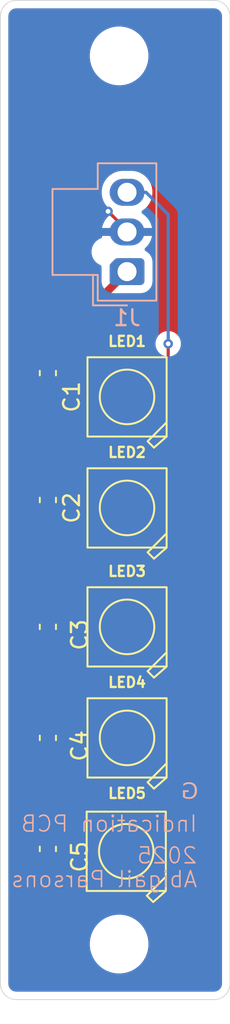
<source format=kicad_pcb>
(kicad_pcb (version 20241229) (generator "pcbnew") (generator_version "9.0")
  (layers (0 "F.Cu" signal) (2 "B.Cu" signal) (13 "F.Paste" user) (15 "B.Paste" user) (5 "F.SilkS" user "F.Silkscreen") (7 "B.SilkS" user "B.Silkscreen") (1 "F.Mask" user) (3 "B.Mask" user) (25 "Edge.Cuts" user))
  (net 0 "")
  (net 1 "+5V")
  (net 2 "GND")
  (net 3 "/DIN")
  (net 4 "Net-(LED1-DO)")
  (net 5 "Net-(LED2-DO)")
  (net 6 "Net-(LED3-DO)")
  (net 7 "Net-(LED4-DO)")
  (footprint "WS2812B:WS2812B" (layer "F.Cu") (at 145 80.5 180)
    (property "Reference" "LED2" (at 0 3.5 0) (layer "F.SilkS") (effects (font (size 0.64 0.64))))
    (property "Value" "WS2812B")
    (fp_line (start 2.5 2.5) (end -2.5 2.5) (stroke (width 0.127)) (layer "F.SilkS"))
    (fp_line (start 2.5 -2.5) (end 2.5 2.5) (stroke (width 0.127)) (layer "F.SilkS"))
    (fp_line (start -1.3 -2.8) (end -1.7 -3.2) (stroke (width 0.127)) (layer "F.SilkS"))
    (fp_line (start -1.6 -2.5) (end 2.5 -2.5) (stroke (width 0.127)) (layer "F.SilkS"))
    (fp_line (start -1.6 -2.5) (end -1.3 -2.8) (stroke (width 0.127)) (layer "F.SilkS"))
    (fp_line (start -1.7 -3.2) (end -2.5 -2.5) (stroke (width 0.127)) (layer "F.SilkS"))
    (fp_line (start -2.5 2.5) (end -2.5 -1.6) (stroke (width 0.127)) (layer "F.SilkS"))
    (fp_line (start -2.5 -1.6) (end -1.6 -2.5) (stroke (width 0.127)) (layer "F.SilkS"))
    (fp_line (start -2.5 -1.6) (end -2.5 -2.5) (stroke (width 0.127)) (layer "F.SilkS"))
    (fp_line (start -2.5 -2.5) (end -1.6 -2.5) (stroke (width 0.127)) (layer "F.SilkS"))
    (fp_circle (center 0 0) (end 1.72046 0) (stroke (width 0.127)) (fill no) (layer "F.SilkS"))
    (pad "1-VDD" smd rect (at 2.45 1.65 180) (size 1.5 0.9) (layers "F.Cu" "F.Mask" "F.Paste") (net 1 "+5V"))
    (pad "2-DOUT" smd rect (at 2.45 -1.65 180) (size 1.5 0.9) (layers "F.Cu" "F.Mask" "F.Paste") (net 5 "Net-(LED2-DO)"))
    (pad "3-GND" smd rect (at -2.45 -1.65 180) (size 1.5 0.9) (layers "F.Cu" "F.Mask" "F.Paste") (net 2 "GND"))
    (pad "4-DIN" smd rect (at -2.45 1.65 180) (size 1.5 0.9) (layers "F.Cu" "F.Mask" "F.Paste") (net 4 "Net-(LED1-DO)"))
  )
  (footprint "WS2812B:WS2812B" (layer "F.Cu") (at 145 73.5 180)
    (property "Reference" "LED1" (at 0 3.5 0) (layer "F.SilkS") (effects (font (size 0.64 0.64))))
    (property "Value" "WS2812B")
    (fp_line (start 2.5 2.5) (end -2.5 2.5) (stroke (width 0.127)) (layer "F.SilkS"))
    (fp_line (start 2.5 -2.5) (end 2.5 2.5) (stroke (width 0.127)) (layer "F.SilkS"))
    (fp_line (start -1.3 -2.8) (end -1.7 -3.2) (stroke (width 0.127)) (layer "F.SilkS"))
    (fp_line (start -1.6 -2.5) (end 2.5 -2.5) (stroke (width 0.127)) (layer "F.SilkS"))
    (fp_line (start -1.6 -2.5) (end -1.3 -2.8) (stroke (width 0.127)) (layer "F.SilkS"))
    (fp_line (start -1.7 -3.2) (end -2.5 -2.5) (stroke (width 0.127)) (layer "F.SilkS"))
    (fp_line (start -2.5 2.5) (end -2.5 -1.6) (stroke (width 0.127)) (layer "F.SilkS"))
    (fp_line (start -2.5 -1.6) (end -1.6 -2.5) (stroke (width 0.127)) (layer "F.SilkS"))
    (fp_line (start -2.5 -1.6) (end -2.5 -2.5) (stroke (width 0.127)) (layer "F.SilkS"))
    (fp_line (start -2.5 -2.5) (end -1.6 -2.5) (stroke (width 0.127)) (layer "F.SilkS"))
    (fp_circle (center 0 0) (end 1.72046 0) (stroke (width 0.127)) (fill no) (layer "F.SilkS"))
    (pad "1-VDD" smd rect (at 2.45 1.65 180) (size 1.5 0.9) (layers "F.Cu" "F.Mask" "F.Paste") (net 1 "+5V"))
    (pad "2-DOUT" smd rect (at 2.45 -1.65 180) (size 1.5 0.9) (layers "F.Cu" "F.Mask" "F.Paste") (net 4 "Net-(LED1-DO)"))
    (pad "3-GND" smd rect (at -2.45 -1.65 180) (size 1.5 0.9) (layers "F.Cu" "F.Mask" "F.Paste") (net 2 "GND"))
    (pad "4-DIN" smd rect (at -2.45 1.65 180) (size 1.5 0.9) (layers "F.Cu" "F.Mask" "F.Paste") (net 3 "/DIN"))
  )
  (footprint "Capacitor_SMD:C_0603_1608Metric_Pad1.08x0.95mm_HandSolder" (layer "F.Cu") (at 140 80 90)
    (property "Reference" "C2" (at -0.5 1.5 90) (layer "F.SilkS"))
    (property "Value" "1uF")
    (fp_line (start -0.146267 -0.51) (end 0.146267 -0.51) (stroke (width 0.12)) (layer "F.SilkS"))
    (fp_line (start -0.146267 0.51) (end 0.146267 0.51) (stroke (width 0.12)) (layer "F.SilkS"))
    (pad "1" smd roundrect (at -0.8625 0 90) (size 1.075 0.95) (layers "F.Cu" "F.Mask" "F.Paste") (net 1 "+5V"))
    (pad "2" smd roundrect (at 0.8625 0 90) (size 1.075 0.95) (layers "F.Cu" "F.Mask" "F.Paste") (net 2 "GND"))
  )
  (footprint "WS2812B:WS2812B" (layer "F.Cu") (at 145 88 180)
    (property "Reference" "LED3" (at 0 3.5 0) (layer "F.SilkS") (effects (font (size 0.64 0.64))))
    (property "Value" "WS2812B")
    (fp_line (start 2.5 2.5) (end -2.5 2.5) (stroke (width 0.127)) (layer "F.SilkS"))
    (fp_line (start 2.5 -2.5) (end 2.5 2.5) (stroke (width 0.127)) (layer "F.SilkS"))
    (fp_line (start -1.3 -2.8) (end -1.7 -3.2) (stroke (width 0.127)) (layer "F.SilkS"))
    (fp_line (start -1.6 -2.5) (end 2.5 -2.5) (stroke (width 0.127)) (layer "F.SilkS"))
    (fp_line (start -1.6 -2.5) (end -1.3 -2.8) (stroke (width 0.127)) (layer "F.SilkS"))
    (fp_line (start -1.7 -3.2) (end -2.5 -2.5) (stroke (width 0.127)) (layer "F.SilkS"))
    (fp_line (start -2.5 2.5) (end -2.5 -1.6) (stroke (width 0.127)) (layer "F.SilkS"))
    (fp_line (start -2.5 -1.6) (end -1.6 -2.5) (stroke (width 0.127)) (layer "F.SilkS"))
    (fp_line (start -2.5 -1.6) (end -2.5 -2.5) (stroke (width 0.127)) (layer "F.SilkS"))
    (fp_line (start -2.5 -2.5) (end -1.6 -2.5) (stroke (width 0.127)) (layer "F.SilkS"))
    (fp_circle (center 0 0) (end 1.72046 0) (stroke (width 0.127)) (fill no) (layer "F.SilkS"))
    (pad "1-VDD" smd rect (at 2.45 1.65 180) (size 1.5 0.9) (layers "F.Cu" "F.Mask" "F.Paste") (net 1 "+5V"))
    (pad "2-DOUT" smd rect (at 2.45 -1.65 180) (size 1.5 0.9) (layers "F.Cu" "F.Mask" "F.Paste") (net 6 "Net-(LED3-DO)"))
    (pad "3-GND" smd rect (at -2.45 -1.65 180) (size 1.5 0.9) (layers "F.Cu" "F.Mask" "F.Paste") (net 2 "GND"))
    (pad "4-DIN" smd rect (at -2.45 1.65 180) (size 1.5 0.9) (layers "F.Cu" "F.Mask" "F.Paste") (net 5 "Net-(LED2-DO)"))
  )
  (footprint "MountingHole:MountingHole_3.2mm_M3" (layer "F.Cu") (at 144.5 52)
    (property "Reference" "H1")
    (property "Value" "MountingHole")
    (pad "" np_thru_hole circle (at 0 0) (size 3.2 3.2) (drill 3.2) (layers "*.Cu" "*.Mask"))
  )
  (footprint "Capacitor_SMD:C_0603_1608Metric_Pad1.08x0.95mm_HandSolder" (layer "F.Cu") (at 140 88 90)
    (property "Reference" "C3" (at -0.5 2 90) (layer "F.SilkS"))
    (property "Value" "1uF")
    (fp_line (start -0.146267 -0.51) (end 0.146267 -0.51) (stroke (width 0.12)) (layer "F.SilkS"))
    (fp_line (start -0.146267 0.51) (end 0.146267 0.51) (stroke (width 0.12)) (layer "F.SilkS"))
    (pad "1" smd roundrect (at -0.8625 0 90) (size 1.075 0.95) (layers "F.Cu" "F.Mask" "F.Paste") (net 1 "+5V"))
    (pad "2" smd roundrect (at 0.8625 0 90) (size 1.075 0.95) (layers "F.Cu" "F.Mask" "F.Paste") (net 2 "GND"))
  )
  (footprint "WS2812B:WS2812B" (layer "F.Cu") (at 145 95 180)
    (property "Reference" "LED4" (at 0 3.5 0) (layer "F.SilkS") (effects (font (size 0.64 0.64))))
    (property "Value" "WS2812B")
    (fp_line (start 2.5 2.5) (end -2.5 2.5) (stroke (width 0.127)) (layer "F.SilkS"))
    (fp_line (start 2.5 -2.5) (end 2.5 2.5) (stroke (width 0.127)) (layer "F.SilkS"))
    (fp_line (start -1.3 -2.8) (end -1.7 -3.2) (stroke (width 0.127)) (layer "F.SilkS"))
    (fp_line (start -1.6 -2.5) (end 2.5 -2.5) (stroke (width 0.127)) (layer "F.SilkS"))
    (fp_line (start -1.6 -2.5) (end -1.3 -2.8) (stroke (width 0.127)) (layer "F.SilkS"))
    (fp_line (start -1.7 -3.2) (end -2.5 -2.5) (stroke (width 0.127)) (layer "F.SilkS"))
    (fp_line (start -2.5 2.5) (end -2.5 -1.6) (stroke (width 0.127)) (layer "F.SilkS"))
    (fp_line (start -2.5 -1.6) (end -1.6 -2.5) (stroke (width 0.127)) (layer "F.SilkS"))
    (fp_line (start -2.5 -1.6) (end -2.5 -2.5) (stroke (width 0.127)) (layer "F.SilkS"))
    (fp_line (start -2.5 -2.5) (end -1.6 -2.5) (stroke (width 0.127)) (layer "F.SilkS"))
    (fp_circle (center 0 0) (end 1.72046 0) (stroke (width 0.127)) (fill no) (layer "F.SilkS"))
    (pad "1-VDD" smd rect (at 2.45 1.65 180) (size 1.5 0.9) (layers "F.Cu" "F.Mask" "F.Paste") (net 1 "+5V"))
    (pad "2-DOUT" smd rect (at 2.45 -1.65 180) (size 1.5 0.9) (layers "F.Cu" "F.Mask" "F.Paste") (net 7 "Net-(LED4-DO)"))
    (pad "3-GND" smd rect (at -2.45 -1.65 180) (size 1.5 0.9) (layers "F.Cu" "F.Mask" "F.Paste") (net 2 "GND"))
    (pad "4-DIN" smd rect (at -2.45 1.65 180) (size 1.5 0.9) (layers "F.Cu" "F.Mask" "F.Paste") (net 6 "Net-(LED3-DO)"))
  )
  (footprint "Capacitor_SMD:C_0603_1608Metric_Pad1.08x0.95mm_HandSolder" (layer "F.Cu") (at 140 95 90)
    (property "Reference" "C4" (at -0.5 2 90) (layer "F.SilkS"))
    (property "Value" "1uF")
    (fp_line (start -0.146267 -0.51) (end 0.146267 -0.51) (stroke (width 0.12)) (layer "F.SilkS"))
    (fp_line (start -0.146267 0.51) (end 0.146267 0.51) (stroke (width 0.12)) (layer "F.SilkS"))
    (pad "1" smd roundrect (at -0.8625 0 90) (size 1.075 0.95) (layers "F.Cu" "F.Mask" "F.Paste") (net 1 "+5V"))
    (pad "2" smd roundrect (at 0.8625 0 90) (size 1.075 0.95) (layers "F.Cu" "F.Mask" "F.Paste") (net 2 "GND"))
  )
  (footprint "MountingHole:MountingHole_3.2mm_M3" (layer "F.Cu") (at 144.5 108)
    (property "Reference" "H2")
    (property "Value" "MountingHole")
    (pad "" np_thru_hole circle (at 0 0) (size 3.2 3.2) (drill 3.2) (layers "*.Cu" "*.Mask"))
  )
  (footprint "Capacitor_SMD:C_0603_1608Metric_Pad1.08x0.95mm_HandSolder" (layer "F.Cu") (at 140 72 90)
    (property "Reference" "C1" (at -1.5 1.5 90) (layer "F.SilkS"))
    (property "Value" "1uF")
    (fp_line (start -0.146267 -0.51) (end 0.146267 -0.51) (stroke (width 0.12)) (layer "F.SilkS"))
    (fp_line (start -0.146267 0.51) (end 0.146267 0.51) (stroke (width 0.12)) (layer "F.SilkS"))
    (pad "1" smd roundrect (at -0.8625 0 90) (size 1.075 0.95) (layers "F.Cu" "F.Mask" "F.Paste") (net 1 "+5V"))
    (pad "2" smd roundrect (at 0.8625 0 90) (size 1.075 0.95) (layers "F.Cu" "F.Mask" "F.Paste") (net 2 "GND"))
  )
  (footprint "Capacitor_SMD:C_0603_1608Metric_Pad1.08x0.95mm_HandSolder" (layer "F.Cu") (at 140 102 90)
    (property "Reference" "C5" (at -0.5 2 90) (layer "F.SilkS"))
    (property "Value" "1uF")
    (fp_line (start -0.146267 -0.51) (end 0.146267 -0.51) (stroke (width 0.12)) (layer "F.SilkS"))
    (fp_line (start -0.146267 0.51) (end 0.146267 0.51) (stroke (width 0.12)) (layer "F.SilkS"))
    (pad "1" smd roundrect (at -0.8625 0 90) (size 1.075 0.95) (layers "F.Cu" "F.Mask" "F.Paste") (net 1 "+5V"))
    (pad "2" smd roundrect (at 0.8625 0 90) (size 1.075 0.95) (layers "F.Cu" "F.Mask" "F.Paste") (net 2 "GND"))
  )
  (footprint "WS2812B:WS2812B" (layer "F.Cu") (at 144.95 102.15 180)
    (property "Reference" "LED5" (at -0.05 3.65 0) (layer "F.SilkS") (effects (font (size 0.64 0.64))))
    (property "Value" "WS2812B")
    (fp_line (start 2.5 2.5) (end -2.5 2.5) (stroke (width 0.127)) (layer "F.SilkS"))
    (fp_line (start 2.5 -2.5) (end 2.5 2.5) (stroke (width 0.127)) (layer "F.SilkS"))
    (fp_line (start -1.3 -2.8) (end -1.7 -3.2) (stroke (width 0.127)) (layer "F.SilkS"))
    (fp_line (start -1.6 -2.5) (end 2.5 -2.5) (stroke (width 0.127)) (layer "F.SilkS"))
    (fp_line (start -1.6 -2.5) (end -1.3 -2.8) (stroke (width 0.127)) (layer "F.SilkS"))
    (fp_line (start -1.7 -3.2) (end -2.5 -2.5) (stroke (width 0.127)) (layer "F.SilkS"))
    (fp_line (start -2.5 2.5) (end -2.5 -1.6) (stroke (width 0.127)) (layer "F.SilkS"))
    (fp_line (start -2.5 -1.6) (end -1.6 -2.5) (stroke (width 0.127)) (layer "F.SilkS"))
    (fp_line (start -2.5 -1.6) (end -2.5 -2.5) (stroke (width 0.127)) (layer "F.SilkS"))
    (fp_line (start -2.5 -2.5) (end -1.6 -2.5) (stroke (width 0.127)) (layer "F.SilkS"))
    (fp_circle (center 0 0) (end 1.72046 0) (stroke (width 0.127)) (fill no) (layer "F.SilkS"))
    (pad "1-VDD" smd rect (at 2.45 1.65 180) (size 1.5 0.9) (layers "F.Cu" "F.Mask" "F.Paste") (net 1 "+5V"))
    (pad "2-DOUT" smd rect (at 2.45 -1.65 180) (size 1.5 0.9) (layers "F.Cu" "F.Mask" "F.Paste"))
    (pad "3-GND" smd rect (at -2.45 -1.65 180) (size 1.5 0.9) (layers "F.Cu" "F.Mask" "F.Paste") (net 2 "GND"))
    (pad "4-DIN" smd rect (at -2.45 1.65 180) (size 1.5 0.9) (layers "F.Cu" "F.Mask" "F.Paste") (net 7 "Net-(LED4-DO)"))
  )
  (footprint "UTSVT_Logos:LHRs_LOGO" (layer "B.Cu") (at 144.55 82.160566 90)
    (property "Reference" "LOGO1" (hide yes))
    (property "Value" "Dr. Hallock" (hide yes))
  )
  (footprint "Connector_Molex:Molex_Nano-Fit_105309-xx03_1x03_P2.50mm_Vertical" (layer "B.Cu") (at 145 65.6)
    (property "Reference" "J1" (at 0 2.92 0) (layer "B.SilkS") (effects (justify mirror)))
    (property "Value" "Conn_01x03")
    (fp_line (start -4.71 -5.21) (end -4.71 -2.5) (stroke (width 0.12)) (layer "B.SilkS"))
    (fp_line (start -4.71 0.21) (end -4.71 -2.5) (stroke (width 0.12)) (layer "B.SilkS"))
    (fp_line (start -2.15 2.13) (end -2.15 0.21) (stroke (width 0.12)) (layer "B.SilkS"))
    (fp_line (start -1.85 -6.83) (end -1.85 -5.21) (stroke (width 0.12)) (layer "B.SilkS"))
    (fp_line (start -1.85 -5.21) (end -4.71 -5.21) (stroke (width 0.12)) (layer "B.SilkS"))
    (fp_line (start -1.85 0.21) (end -4.71 0.21) (stroke (width 0.12)) (layer "B.SilkS"))
    (fp_line (start -1.85 1.83) (end -1.85 0.21) (stroke (width 0.12)) (layer "B.SilkS"))
    (fp_line (start 0 2.13) (end -2.15 2.13) (stroke (width 0.12)) (layer "B.SilkS"))
    (fp_line (start 1.85 -6.83) (end -1.85 -6.83) (stroke (width 0.12)) (layer "B.SilkS"))
    (fp_line (start 1.85 -2.5) (end 1.85 -6.83) (stroke (width 0.12)) (layer "B.SilkS"))
    (fp_line (start 1.85 -2.5) (end 1.85 1.83) (stroke (width 0.12)) (layer "B.SilkS"))
    (fp_line (start 1.85 1.83) (end -1.85 1.83) (stroke (width 0.12)) (layer "B.SilkS"))
    (pad "" np_thru_hole circle (at -1.34 -1.25) (size 1.3 1.3) (drill 1.3) (layers "*.Cu" "*.Mask"))
    (pad "1" thru_hole custom (at 0 0) (size 1.417157 1.417157) (drill 1.2) (layers "*.Cu" "*.Mask") (net 1 "+5V") (options (clearance outline) (anchor circle)) (primitives (gr_poly (pts (xy -0.85 0.6) (xy 0.85 0.6) (xy 0.85 -0.6) (xy -0.596447 -0.6) (xy -0.85 -0.346447)) (width 0.5) (fill yes))))
    (pad "2" thru_hole oval (at 0 -2.5) (size 2.2 1.7) (drill 1.2) (layers "*.Cu" "*.Mask") (net 2 "GND"))
    (pad "3" thru_hole oval (at 0 -5) (size 2.2 1.7) (drill 1.2) (layers "*.Cu" "*.Mask") (net 3 "/DIN"))
  )
  (gr_line (start 150.5 111.5) (end 138 111.5) (stroke (width 0.05)) (layer "Edge.Cuts"))
  (gr_arc (start 150.5 48.5) (mid 151.207107 48.792893) (end 151.5 49.5) (stroke (width 0.05)) (layer "Edge.Cuts"))
  (gr_arc (start 137 49.5) (mid 137.292893 48.792893) (end 138 48.5) (stroke (width 0.05)) (layer "Edge.Cuts"))
  (gr_line (start 138 48.5) (end 150.5 48.5) (stroke (width 0.05)) (layer "Edge.Cuts"))
  (gr_line (start 151.5 49.5) (end 151.5 110.5) (stroke (width 0.05)) (layer "Edge.Cuts"))
  (gr_arc (start 151.5 110.5) (mid 151.207107 111.207107) (end 150.5 111.5) (stroke (width 0.05)) (layer "Edge.Cuts"))
  (gr_line (start 137 110.5) (end 137 49.5) (stroke (width 0.05)) (layer "Edge.Cuts"))
  (gr_arc (start 138 111.5) (mid 137.292893 111.207107) (end 137 110.5) (stroke (width 0.05)) (layer "Edge.Cuts"))
  (gr_text "Abigail Parsons\n" (at 149.5 104.5 0) (layer "B.SilkS") (effects (font (size 1 1) (thickness 0.1)) (justify left bottom mirror)))
  (gr_text "G" (at 149.5 99 0) (layer "B.SilkS") (effects (font (size 1 1) (thickness 0.1)) (justify left bottom mirror)))
  (gr_text "2025" (at 149.5 103 0) (layer "B.SilkS") (effects (font (size 1 1) (thickness 0.1)) (justify left bottom mirror)))
  (gr_text "Indication PCB" (at 149.5 101 0) (layer "B.SilkS") (effects (font (size 1 1) (thickness 0.1)) (justify left bottom mirror)))
  (segment (start 140 96) (end 142.5 98.5) (width 0.5) (layer "F.Cu") (net 1))
  (segment (start 139.5 83.3) (end 142.55 86.35) (width 0.5) (layer "F.Cu") (net 1))
  (segment (start 141.0125 71.85) (end 140 72.8625) (width 0.5) (layer "F.Cu") (net 1))
  (segment (start 142.55 79.675) (end 141.3625 80.8625) (width 0.5) (layer "F.Cu") (net 1))
  (segment (start 142.55 86.35) (end 142.5125 86.35) (width 0.5) (layer "F.Cu") (net 1))
  (segment (start 140 88.8625) (end 139.5 89.3625) (width 0.5) (layer "F.Cu") (net 1))
  (segment (start 139.5 89.3625) (end 139.5 90.5) (width 0.5) (layer "F.Cu") (net 1))
  (segment (start 142.35 93.35) (end 142.55 93.35) (width 0.5) (layer "F.Cu") (net 1))
  (segment (start 142.55 71.85) (end 141.0125 71.85) (width 0.5) (layer "F.Cu") (net 1))
  (segment (start 140 72.8625) (end 140 76.3) (width 0.5) (layer "F.Cu") (net 1))
  (segment (start 142.55 93.35) (end 142.5125 93.35) (width 0.5) (layer "F.Cu") (net 1))
  (segment (start 139.5 81.3625) (end 139.5 83.3) (width 0.5) (layer "F.Cu") (net 1))
  (segment (start 139.5 90.5) (end 142.35 93.35) (width 0.5) (layer "F.Cu") (net 1))
  (segment (start 142.3625 100.5) (end 140 102.8625) (width 0.5) (layer "F.Cu") (net 1))
  (segment (start 142.55 71.85) (end 142.55 68.05) (width 0.5) (layer "F.Cu") (net 1))
  (segment (start 142.55 78.85) (end 142.55 79.675) (width 0.5) (layer "F.Cu") (net 1))
  (segment (start 140 95.8625) (end 140 96) (width 0.5) (layer "F.Cu") (net 1))
  (segment (start 142.55 68.05) (end 145 65.6) (width 0.5) (layer "F.Cu") (net 1))
  (segment (start 142.5 100.5) (end 142.3625 100.5) (width 0.5) (layer "F.Cu") (net 1))
  (segment (start 142.5 98.5) (end 142.5 100.5) (width 0.5) (layer "F.Cu") (net 1))
  (segment (start 141.3625 80.8625) (end 140 80.8625) (width 0.5) (layer "F.Cu") (net 1))
  (segment (start 142.5125 93.35) (end 140 95.8625) (width 0.5) (layer "F.Cu") (net 1))
  (segment (start 140 80.8625) (end 139.5 81.3625) (width 0.5) (layer "F.Cu") (net 1))
  (segment (start 142.5125 86.35) (end 140 88.8625) (width 0.5) (layer "F.Cu") (net 1))
  (segment (start 140 76.3) (end 142.55 78.85) (width 0.5) (layer "F.Cu") (net 1))
  (segment (start 144.9 63) (end 145 63.1) (width 0.2) (layer "F.Cu") (net 2))
  (segment (start 144.9 62.9) (end 144.9 63) (width 0.2) (layer "F.Cu") (net 2))
  (segment (start 143.8 61.8) (end 144.9 62.9) (width 0.2) (layer "F.Cu") (net 2))
  (via (at 143.8 61.8) (size 0.6) (drill 0.3) (layers "F.Cu" "B.Cu") (net 2))
  (segment (start 147.45 71.85) (end 147.6 71.7) (width 0.2) (layer "F.Cu") (net 3))
  (segment (start 147.6 71.7) (end 147.6 70.15) (width 0.2) (layer "F.Cu") (net 3))
  (via (at 147.6 70.15) (size 0.6) (drill 0.3) (layers "F.Cu" "B.Cu") (net 3))
  (segment (start 147.6 70.15) (end 147.6 62) (width 0.2) (layer "B.Cu") (net 3))
  (segment (start 147.6 62) (end 146.2 60.6) (width 0.2) (layer "B.Cu") (net 3))
  (segment (start 146.2 60.6) (end 145 60.6) (width 0.2) (layer "B.Cu") (net 3))
  (segment (start 142.55 75.15) (end 143.75 75.15) (width 0.2) (layer "F.Cu") (net 4))
  (segment (start 143.75 75.15) (end 147.45 78.85) (width 0.2) (layer "F.Cu") (net 4))
  (segment (start 147.45 85.95) (end 147.45 86.35) (width 0.2) (layer "F.Cu") (net 5))
  (segment (start 143.65 82.15) (end 147.45 85.95) (width 0.2) (layer "F.Cu") (net 5))
  (segment (start 142.55 82.15) (end 143.65 82.15) (width 0.2) (layer "F.Cu") (net 5))
  (segment (start 143.75 89.65) (end 147.45 93.35) (width 0.2) (layer "F.Cu") (net 6))
  (segment (start 142.55 89.65) (end 143.75 89.65) (width 0.2) (layer "F.Cu") (net 6))
  (segment (start 142.55 96.65) (end 143.55 96.65) (width 0.2) (layer "F.Cu") (net 7))
  (segment (start 143.55 96.65) (end 147.4 100.5) (width 0.2) (layer "F.Cu") (net 7))
  (zone (net 2) (net_name "GND") (layers "F.Cu" "B.Cu") (connect_pads (clearance 0.5)) (min_thickness 0.25) (fill yes (thermal_gap 0.5) (thermal_bridge_width 0.5))
    (polygon (pts (xy 137 48.5) (xy 151.5 48.5) (xy 151.5 111.5) (xy 137 111.5)))
  )
)
</source>
